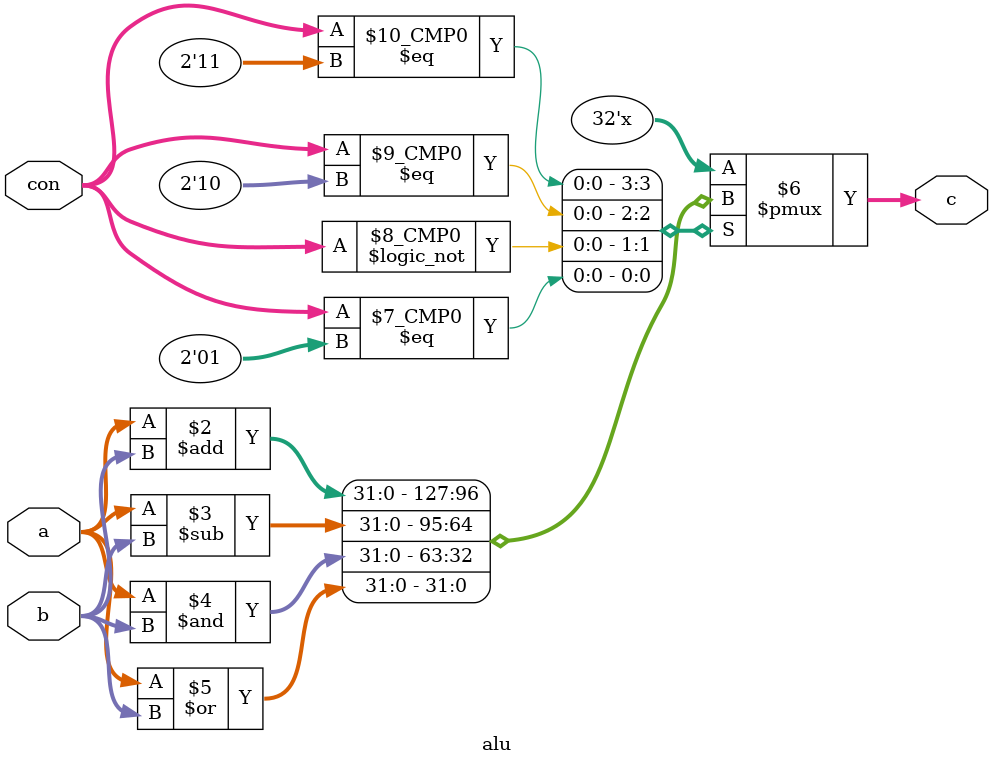
<source format=v>
module alu(
	input wire [31:0] a,
	input wire [31:0] b,
	input wire [1:0] con,
	output reg [31:0] c
);

	parameter _add=2'b11;
	parameter _sub=2'b10;
	parameter _and=2'b00;
	parameter _or=2'b01;

	always @(*)
	begin
		case(con)
			_add:
			begin
				c=a+b;
				$display("alu:%d+%d=%d",a,b,c);
			end
			_sub:
			begin
				c=a-b;
				$display("alu:%d-%d=%d",a,b,c);
			end
			_and:
			begin
				c=a&b;
				$display("alu:%d&%d=%d",a,b,c);
			end
			_or:
			begin
				c=a|b;
				$display("alu:%d|%d=%d",a,b,c);
			end
		endcase
	end

endmodule


</source>
